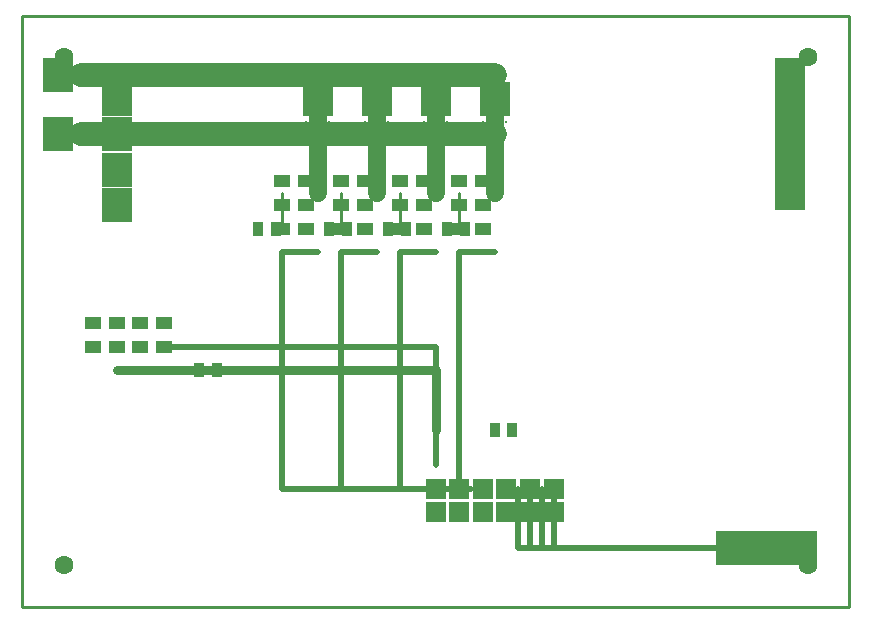
<source format=gtl>
G04 #@! TF.GenerationSoftware,KiCad,Pcbnew,6.0*
G04 #@! TF.CreationDate,2024-12-16T04:50:00+00:00*
G04 #@! TF.ProjectId,SmartHomeController,736D617274686F6D6520636F6E74726F,3.1*
G04 #@! TF.SameCoordinates,Original*
G04 #@! TF.FileFunction,Copper,L1,Top*
G04 #@! TF.FilePolarity,Positive*
%FSLAX46Y46*%
G04 Gerber Fmt 4.6, Leading zero omitted, Abs format (unit mm)*
G04 Created by KiCad (PCBNEW 6.0) date 2024-12-16 04:50:00*
%MOMM*%
%LPD*%
G01*
G04 APERTURE LIST*
%ADD10C,0.250000*%
%ADD11C,0.500000*%
%ADD12C,0.800000*%
%ADD13C,1.500000*%
%ADD14C,2.000000*%
%ADD15R,1.700000X1.700000*%
%ADD16R,1.400000X1.000000*%
%ADD17R,0.900000X1.300000*%
%ADD18C,1.600000*%
%ADD19R,2.500000X3.000000*%
%ADD20R,1.800000X1.000000*%
G04 APERTURE END LIST*
D10*
G04 Board Outline*
X0Y0D02*
X70000000Y0D01*
X70000000Y50000000D01*
X0Y50000000D01*
X0Y0D01*
G04 Power traces - AC section (2mm width for high current)*
D14*
G04 AC Live input to power distribution*
X5000000Y45000000D02*
X20000000Y45000000D01*
G04 Distribution to TRIAC channels*
X20000000Y45000000D02*
X25000000Y45000000D01*
X30000000Y45000000D01*
X35000000Y45000000D01*
X40000000Y45000000D01*
G04 AC Neutral return path*
X5000000Y40000000D02*
X40000000Y40000000D01*
G04 TRIAC control traces (1.5mm width)*
D13*
G04 TRIAC 1 output*
X25000000Y42000000D02*
X25000000Y35000000D01*
G04 TRIAC 2 output*
X30000000Y42000000D02*
X30000000Y35000000D01*
G04 TRIAC 3 output*
X35000000Y42000000D02*
X35000000Y35000000D01*
G04 TRIAC 4 output*
X40000000Y42000000D02*
X40000000Y35000000D01*
G04 ===== ISOLATION BARRIER (6mm gap) =====*
G04 No copper between Y=32mm and Y=26mm*
G04 5V Power distribution (0.8mm width)*
D12*
G04 From HLK-PM01 to ESP32*
X8000000Y20000000D02*
X35000000Y20000000D01*
X35000000Y15000000D01*
G04 ESP32 GPIO traces (0.5mm width)*
D11*
G04 Zero-cross detection GPIO 13*
X12000000Y22000000D02*
X35000000Y22000000D01*
X35000000Y12000000D01*
G04 TRIAC control GPIO 16*
X35000000Y10000000D02*
X22000000Y10000000D01*
X22000000Y30000000D01*
X25000000Y30000000D01*
G04 TRIAC control GPIO 17*
X36000000Y10000000D02*
X27000000Y10000000D01*
X27000000Y30000000D01*
X30000000Y30000000D01*
G04 TRIAC control GPIO 18*
X37000000Y10000000D02*
X32000000Y10000000D01*
X32000000Y30000000D01*
X35000000Y30000000D01*
G04 TRIAC control GPIO 19*
X38000000Y10000000D02*
X37000000Y10000000D01*
X37000000Y30000000D01*
X40000000Y30000000D01*
G04 Switch input GPIO 32*
X60000000Y5000000D02*
X50000000Y5000000D01*
X42000000Y5000000D01*
X42000000Y10000000D01*
G04 Switch input GPIO 33*
X61000000Y5000000D02*
X51000000Y5000000D01*
X43000000Y5000000D01*
X43000000Y10000000D01*
G04 Switch input GPIO 25*
X62000000Y5000000D02*
X52000000Y5000000D01*
X44000000Y5000000D01*
X44000000Y10000000D01*
G04 Switch input GPIO 26*
X63000000Y5000000D02*
X53000000Y5000000D01*
X45000000Y5000000D01*
X45000000Y10000000D01*
G04 Signal traces (0.25mm width)*
D10*
G04 MOC3041 control signals*
X22000000Y32000000D02*
X22000000Y35000000D01*
X27000000Y32000000D02*
X27000000Y35000000D01*
X32000000Y32000000D02*
X32000000Y35000000D01*
X37000000Y32000000D02*
X37000000Y35000000D01*
G04 Component pads*
G04 ESP32-WROOM-32 module*
D15*
X35000000Y10000000D03*
X37000000Y10000000D03*
X39000000Y10000000D03*
X41000000Y10000000D03*
X43000000Y10000000D03*
X45000000Y10000000D03*
X35000000Y8000000D03*
X37000000Y8000000D03*
X39000000Y8000000D03*
X41000000Y8000000D03*
X43000000Y8000000D03*
X45000000Y8000000D03*
G04 TRIAC pads (TO-220)*
D19*
X25000000Y43000000D03*
X30000000Y43000000D03*
X35000000Y43000000D03*
X40000000Y43000000D03*
G04 MOC3041 Optocoupler pads (DIP-6)*
D16*
X22000000Y36000000D03*
X22000000Y34000000D03*
X22000000Y32000000D03*
X24000000Y36000000D03*
X24000000Y34000000D03*
X24000000Y32000000D03*
X27000000Y36000000D03*
X27000000Y34000000D03*
X27000000Y32000000D03*
X29000000Y36000000D03*
X29000000Y34000000D03*
X29000000Y32000000D03*
X32000000Y36000000D03*
X32000000Y34000000D03*
X32000000Y32000000D03*
X34000000Y36000000D03*
X34000000Y34000000D03*
X34000000Y32000000D03*
X37000000Y36000000D03*
X37000000Y34000000D03*
X37000000Y32000000D03*
X39000000Y36000000D03*
X39000000Y34000000D03*
X39000000Y32000000D03*
G04 HLK-PM01 power module pads*
D19*
X8000000Y43000000D03*
X8000000Y40000000D03*
X8000000Y37000000D03*
X8000000Y34000000D03*
G04 Resistor pads (SMD 0805, 1206, 2512)*
D17*
X20000000Y32000000D03*
X21500000Y32000000D03*
X26000000Y32000000D03*
X27500000Y32000000D03*
X31000000Y32000000D03*
X32500000Y32000000D03*
X36000000Y32000000D03*
X37500000Y32000000D03*
G04 PC817 optocoupler (SOP-4)*
D16*
X10000000Y22000000D03*
X10000000Y24000000D03*
X12000000Y22000000D03*
X12000000Y24000000D03*
G04 Bridge rectifier (DF04M)*
D16*
X8000000Y22000000D03*
X8000000Y24000000D03*
X6000000Y22000000D03*
X6000000Y24000000D03*
G04 Capacitor pads (SMD)*
D17*
X15000000Y20000000D03*
X16500000Y20000000D03*
X40000000Y15000000D03*
X41500000Y15000000D03*
G04 Screw terminal pads*
D19*
G04 AC Input J1*
X3000000Y45000000D03*
X3000000Y40000000D03*
G04 AC Output J2*
X65000000Y45000000D03*
X65000000Y42500000D03*
X65000000Y40000000D03*
X65000000Y37500000D03*
X65000000Y35000000D03*
G04 Switch connector J3*
X60000000Y5000000D03*
X61500000Y5000000D03*
X63000000Y5000000D03*
X64500000Y5000000D03*
X66000000Y5000000D03*
G04 Mounting holes (M2.5)*
D18*
X3500000Y3500000D03*
X66500000Y3500000D03*
X3500000Y46500000D03*
X66500000Y46500000D03*
G04 Thermal vias under TRIACs*
D10*
X25000000Y41000000D03*
X26000000Y41000000D03*
X24000000Y41000000D03*
X30000000Y41000000D03*
X31000000Y41000000D03*
X29000000Y41000000D03*
X35000000Y41000000D03*
X36000000Y41000000D03*
X34000000Y41000000D03*
X40000000Y41000000D03*
X41000000Y41000000D03*
X39000000Y41000000D03*
M02*

</source>
